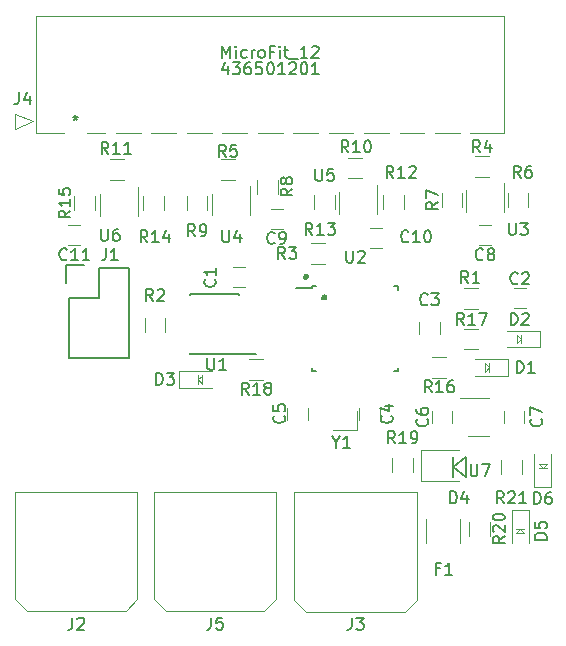
<source format=gto>
G04 #@! TF.GenerationSoftware,KiCad,Pcbnew,5.1.10*
G04 #@! TF.CreationDate,2022-03-08T21:35:18-05:00*
G04 #@! TF.ProjectId,throttle,7468726f-7474-46c6-952e-6b696361645f,Rev 2*
G04 #@! TF.SameCoordinates,Original*
G04 #@! TF.FileFunction,Legend,Top*
G04 #@! TF.FilePolarity,Positive*
%FSLAX46Y46*%
G04 Gerber Fmt 4.6, Leading zero omitted, Abs format (unit mm)*
G04 Created by KiCad (PCBNEW 5.1.10) date 2022-03-08 21:35:18*
%MOMM*%
%LPD*%
G01*
G04 APERTURE LIST*
%ADD10C,0.120000*%
%ADD11C,0.100000*%
%ADD12C,0.150000*%
%ADD13C,0.500000*%
%ADD14C,0.200000*%
G04 APERTURE END LIST*
D10*
X167554500Y-122215000D02*
X167554500Y-131345000D01*
X167554500Y-131345000D02*
X166554500Y-132345000D01*
X166554500Y-132345000D02*
X158184500Y-132345000D01*
X158184500Y-132345000D02*
X157184500Y-131345000D01*
X157184500Y-131345000D02*
X157184500Y-122215000D01*
X157184500Y-122215000D02*
X167554500Y-122215000D01*
X196373000Y-110163500D02*
X195173000Y-110163500D01*
X195173000Y-108403500D02*
X196373000Y-108403500D01*
D11*
X200055000Y-108933500D02*
X200055000Y-109283500D01*
X200055000Y-109283500D02*
X200055000Y-109633500D01*
X199705000Y-108933500D02*
X200055000Y-109283500D01*
X199705000Y-108983500D02*
X199705000Y-108933500D01*
X199705000Y-108933500D02*
X199705000Y-108983500D01*
X199705000Y-109633500D02*
X199705000Y-108983500D01*
X199755000Y-109583500D02*
X199705000Y-109633500D01*
X200055000Y-109283500D02*
X199755000Y-109583500D01*
D10*
X201655000Y-109983500D02*
X201655000Y-108583500D01*
X201655000Y-108583500D02*
X198855000Y-108583500D01*
X201655000Y-109983500D02*
X198855000Y-109983500D01*
X193701000Y-112576500D02*
X192501000Y-112576500D01*
X192501000Y-110816500D02*
X193701000Y-110816500D01*
D11*
X197347000Y-111346500D02*
X197347000Y-111696500D01*
X197347000Y-111696500D02*
X197347000Y-112046500D01*
X196997000Y-111346500D02*
X197347000Y-111696500D01*
X196997000Y-111396500D02*
X196997000Y-111346500D01*
X196997000Y-111346500D02*
X196997000Y-111396500D01*
X196997000Y-112046500D02*
X196997000Y-111396500D01*
X197047000Y-111996500D02*
X196997000Y-112046500D01*
X197347000Y-111696500D02*
X197047000Y-111996500D01*
D10*
X198947000Y-112396500D02*
X198947000Y-110996500D01*
X198947000Y-110996500D02*
X196147000Y-110996500D01*
X198947000Y-112396500D02*
X196147000Y-112396500D01*
X177682000Y-96990500D02*
X177682000Y-95790500D01*
X179442000Y-95790500D02*
X179442000Y-96990500D01*
X178212000Y-112767000D02*
X177012000Y-112767000D01*
X177012000Y-111007000D02*
X178212000Y-111007000D01*
X171090000Y-112012500D02*
X173890000Y-112012500D01*
X171090000Y-113412500D02*
X173890000Y-113412500D01*
X171090000Y-112012500D02*
X171090000Y-113412500D01*
D11*
X172690000Y-112712500D02*
X172990000Y-112412500D01*
X172990000Y-112412500D02*
X173040000Y-112362500D01*
X173040000Y-112362500D02*
X173040000Y-113012500D01*
X173040000Y-113062500D02*
X173040000Y-113012500D01*
X173040000Y-113012500D02*
X173040000Y-113062500D01*
X173040000Y-113062500D02*
X172690000Y-112712500D01*
X172690000Y-112712500D02*
X172690000Y-112362500D01*
X172690000Y-113062500D02*
X172690000Y-112712500D01*
D10*
X176633000Y-103226500D02*
X175633000Y-103226500D01*
X175633000Y-104926500D02*
X176633000Y-104926500D01*
X199414000Y-106704500D02*
X200414000Y-106704500D01*
X200414000Y-105004500D02*
X199414000Y-105004500D01*
X191428000Y-107878500D02*
X191428000Y-108878500D01*
X193128000Y-108878500D02*
X193128000Y-107878500D01*
X186348000Y-115117500D02*
X186348000Y-116117500D01*
X188048000Y-116117500D02*
X188048000Y-115117500D01*
X180252000Y-115117500D02*
X180252000Y-116117500D01*
X181952000Y-116117500D02*
X181952000Y-115117500D01*
D12*
X161798000Y-105854500D02*
X161798000Y-110934500D01*
X161518000Y-103034500D02*
X163068000Y-103034500D01*
X164338000Y-103314500D02*
X164338000Y-105854500D01*
X164338000Y-105854500D02*
X161798000Y-105854500D01*
X161798000Y-110934500D02*
X166878000Y-110934500D01*
X166878000Y-110934500D02*
X166878000Y-105854500D01*
X161518000Y-103034500D02*
X161518000Y-104584500D01*
X166878000Y-103314500D02*
X164338000Y-103314500D01*
X166878000Y-105854500D02*
X166878000Y-103314500D01*
D10*
X158712745Y-90868500D02*
X157188745Y-91503500D01*
X157188745Y-91503500D02*
X157188745Y-90233500D01*
X157188745Y-90233500D02*
X158712745Y-90868500D01*
X198616677Y-91848501D02*
X198616677Y-81948500D01*
X198616677Y-81948500D02*
X158966745Y-81948500D01*
X158966745Y-81948500D02*
X158966745Y-91848501D01*
X158966745Y-91848501D02*
X161302795Y-91848501D01*
X163280643Y-91848501D02*
X164843828Y-91848501D01*
X165739608Y-91848501D02*
X167843827Y-91848501D01*
X168739607Y-91848501D02*
X170843826Y-91848501D01*
X171739606Y-91848501D02*
X173843826Y-91848501D01*
X174739605Y-91848501D02*
X176843825Y-91848501D01*
X177739604Y-91848501D02*
X179843824Y-91848501D01*
X180739603Y-91848501D02*
X182843823Y-91848501D01*
X183739602Y-91848501D02*
X185843822Y-91848501D01*
X186739601Y-91848501D02*
X188843821Y-91848501D01*
X189739600Y-91848501D02*
X191843820Y-91848501D01*
X192739600Y-91848501D02*
X194843819Y-91848501D01*
X195739599Y-91848501D02*
X198616677Y-91848501D01*
X196373000Y-106734500D02*
X195173000Y-106734500D01*
X195173000Y-104974500D02*
X196373000Y-104974500D01*
X169917000Y-107479500D02*
X169917000Y-108679500D01*
X168157000Y-108679500D02*
X168157000Y-107479500D01*
X183419000Y-102924500D02*
X182219000Y-102924500D01*
X182219000Y-101164500D02*
X183419000Y-101164500D01*
X197323000Y-95558500D02*
X196123000Y-95558500D01*
X196123000Y-93798500D02*
X197323000Y-93798500D01*
X175799000Y-95812500D02*
X174599000Y-95812500D01*
X174599000Y-94052500D02*
X175799000Y-94052500D01*
X200651000Y-96933500D02*
X200651000Y-98133500D01*
X198891000Y-98133500D02*
X198891000Y-96933500D01*
X195063000Y-96933500D02*
X195063000Y-98133500D01*
X193303000Y-98133500D02*
X193303000Y-96933500D01*
X171713000Y-98387500D02*
X171713000Y-97187500D01*
X173473000Y-97187500D02*
X173473000Y-98387500D01*
X185394000Y-93925500D02*
X186594000Y-93925500D01*
X186594000Y-95685500D02*
X185394000Y-95685500D01*
X166401000Y-95812500D02*
X165201000Y-95812500D01*
X165201000Y-94052500D02*
X166401000Y-94052500D01*
X188350000Y-98260500D02*
X188350000Y-97060500D01*
X190110000Y-97060500D02*
X190110000Y-98260500D01*
X184268000Y-97060500D02*
X184268000Y-98260500D01*
X182508000Y-98260500D02*
X182508000Y-97060500D01*
X169790000Y-97187500D02*
X169790000Y-98387500D01*
X168030000Y-98387500D02*
X168030000Y-97187500D01*
X163948000Y-97187500D02*
X163948000Y-98387500D01*
X162188000Y-98387500D02*
X162188000Y-97187500D01*
D12*
X176192000Y-110538500D02*
X177592000Y-110538500D01*
X176192000Y-105438500D02*
X172042000Y-105438500D01*
X176192000Y-110588500D02*
X172042000Y-110588500D01*
X176192000Y-105438500D02*
X176192000Y-105583500D01*
X172042000Y-105438500D02*
X172042000Y-105583500D01*
X172042000Y-110588500D02*
X172042000Y-110443500D01*
X176192000Y-110588500D02*
X176192000Y-110538500D01*
D13*
X183379800Y-105771900D02*
G75*
G03*
X183379800Y-105771900I-50800J0D01*
G01*
X181830400Y-104019300D02*
G75*
G03*
X181830400Y-104019300I-50800J0D01*
G01*
D12*
X182371000Y-104788500D02*
X182371000Y-105013500D01*
X189621000Y-104788500D02*
X189621000Y-105113500D01*
X189621000Y-112038500D02*
X189621000Y-111713500D01*
X182371000Y-112038500D02*
X182371000Y-111713500D01*
X182371000Y-104788500D02*
X182696000Y-104788500D01*
X182371000Y-112038500D02*
X182696000Y-112038500D01*
X189621000Y-112038500D02*
X189296000Y-112038500D01*
X189621000Y-104788500D02*
X189296000Y-104788500D01*
X182371000Y-105013500D02*
X180946000Y-105013500D01*
D11*
X186150000Y-116979500D02*
X184150000Y-116979500D01*
X186150000Y-116979500D02*
X186150000Y-115379500D01*
D10*
X198587000Y-98499500D02*
X198587000Y-96049500D01*
X195367000Y-96699500D02*
X195367000Y-98499500D01*
X173843000Y-96996500D02*
X173843000Y-98796500D01*
X177063000Y-98796500D02*
X177063000Y-96346500D01*
X187858000Y-98669500D02*
X187858000Y-96219500D01*
X184638000Y-96869500D02*
X184638000Y-98669500D01*
X164379000Y-97037500D02*
X164379000Y-98837500D01*
X167599000Y-98837500D02*
X167599000Y-96387500D01*
X194207500Y-116403500D02*
X194207500Y-115403500D01*
X192507500Y-115403500D02*
X192507500Y-116403500D01*
X198603500Y-115403500D02*
X198603500Y-116403500D01*
X200303500Y-116403500D02*
X200303500Y-115403500D01*
X197325501Y-114324501D02*
X194875501Y-114324501D01*
X195525501Y-117544501D02*
X197325501Y-117544501D01*
X168932000Y-122215000D02*
X179302000Y-122215000D01*
X168932000Y-131345000D02*
X168932000Y-122215000D01*
X169932000Y-132345000D02*
X168932000Y-131345000D01*
X178302000Y-132345000D02*
X169932000Y-132345000D01*
X179302000Y-131345000D02*
X178302000Y-132345000D01*
X179302000Y-122215000D02*
X179302000Y-131345000D01*
X197477000Y-99670500D02*
X196477000Y-99670500D01*
X196477000Y-101370500D02*
X197477000Y-101370500D01*
X179840000Y-98273500D02*
X178840000Y-98273500D01*
X178840000Y-99973500D02*
X179840000Y-99973500D01*
X188222000Y-99924500D02*
X187222000Y-99924500D01*
X187222000Y-101624500D02*
X188222000Y-101624500D01*
X161695000Y-101370500D02*
X162695000Y-101370500D01*
X162695000Y-99670500D02*
X161695000Y-99670500D01*
X180846000Y-122232500D02*
X191216000Y-122232500D01*
X180846000Y-131362500D02*
X180846000Y-122232500D01*
X181846000Y-132362500D02*
X180846000Y-131362500D01*
X190216000Y-132362500D02*
X181846000Y-132362500D01*
X191216000Y-131362500D02*
X190216000Y-132362500D01*
X191216000Y-122232500D02*
X191216000Y-131362500D01*
X190872000Y-119351500D02*
X190872000Y-120551500D01*
X189112000Y-120551500D02*
X189112000Y-119351500D01*
X191579500Y-118681500D02*
X194754500Y-118681500D01*
X191579500Y-121348500D02*
X194754500Y-121348500D01*
X191579500Y-118681500D02*
X191579500Y-121348500D01*
D14*
X194254500Y-119315000D02*
X194254500Y-121015000D01*
X194254500Y-120115000D02*
X195354500Y-119315000D01*
X195354500Y-119315000D02*
X195354500Y-121015000D01*
X195354500Y-121015000D02*
X194254500Y-120115000D01*
D10*
X200661500Y-123803000D02*
X200661500Y-126603000D01*
X199261500Y-123803000D02*
X199261500Y-126603000D01*
X200661500Y-123803000D02*
X199261500Y-123803000D01*
D11*
X199961500Y-125403000D02*
X200261500Y-125703000D01*
X200261500Y-125703000D02*
X200311500Y-125753000D01*
X200311500Y-125753000D02*
X199661500Y-125753000D01*
X199611500Y-125753000D02*
X199661500Y-125753000D01*
X199661500Y-125753000D02*
X199611500Y-125753000D01*
X199611500Y-125753000D02*
X199961500Y-125403000D01*
X199961500Y-125403000D02*
X200311500Y-125403000D01*
X199611500Y-125403000D02*
X199961500Y-125403000D01*
X202216500Y-120215000D02*
X201866500Y-120215000D01*
X201866500Y-120215000D02*
X201516500Y-120215000D01*
X202216500Y-119865000D02*
X201866500Y-120215000D01*
X202166500Y-119865000D02*
X202216500Y-119865000D01*
X202216500Y-119865000D02*
X202166500Y-119865000D01*
X201516500Y-119865000D02*
X202166500Y-119865000D01*
X201566500Y-119915000D02*
X201516500Y-119865000D01*
X201866500Y-120215000D02*
X201566500Y-119915000D01*
D10*
X201166500Y-121815000D02*
X202566500Y-121815000D01*
X202566500Y-121815000D02*
X202566500Y-119015000D01*
X201166500Y-121815000D02*
X201166500Y-119015000D01*
X194901000Y-124529000D02*
X194901000Y-126529000D01*
X191941000Y-126529000D02*
X191941000Y-124529000D01*
X197412500Y-124746500D02*
X197412500Y-125946500D01*
X195652500Y-125946500D02*
X195652500Y-124746500D01*
X200079500Y-119544500D02*
X200079500Y-120744500D01*
X198319500Y-120744500D02*
X198319500Y-119544500D01*
D12*
X162036166Y-132887380D02*
X162036166Y-133601666D01*
X161988547Y-133744523D01*
X161893309Y-133839761D01*
X161750452Y-133887380D01*
X161655214Y-133887380D01*
X162464738Y-132982619D02*
X162512357Y-132935000D01*
X162607595Y-132887380D01*
X162845690Y-132887380D01*
X162940928Y-132935000D01*
X162988547Y-132982619D01*
X163036166Y-133077857D01*
X163036166Y-133173095D01*
X162988547Y-133315952D01*
X162417119Y-133887380D01*
X163036166Y-133887380D01*
X195191142Y-108084880D02*
X194857809Y-107608690D01*
X194619714Y-108084880D02*
X194619714Y-107084880D01*
X195000666Y-107084880D01*
X195095904Y-107132500D01*
X195143523Y-107180119D01*
X195191142Y-107275357D01*
X195191142Y-107418214D01*
X195143523Y-107513452D01*
X195095904Y-107561071D01*
X195000666Y-107608690D01*
X194619714Y-107608690D01*
X196143523Y-108084880D02*
X195572095Y-108084880D01*
X195857809Y-108084880D02*
X195857809Y-107084880D01*
X195762571Y-107227738D01*
X195667333Y-107322976D01*
X195572095Y-107370595D01*
X196476857Y-107084880D02*
X197143523Y-107084880D01*
X196714952Y-108084880D01*
X199159904Y-108084880D02*
X199159904Y-107084880D01*
X199398000Y-107084880D01*
X199540857Y-107132500D01*
X199636095Y-107227738D01*
X199683714Y-107322976D01*
X199731333Y-107513452D01*
X199731333Y-107656309D01*
X199683714Y-107846785D01*
X199636095Y-107942023D01*
X199540857Y-108037261D01*
X199398000Y-108084880D01*
X199159904Y-108084880D01*
X200112285Y-107180119D02*
X200159904Y-107132500D01*
X200255142Y-107084880D01*
X200493238Y-107084880D01*
X200588476Y-107132500D01*
X200636095Y-107180119D01*
X200683714Y-107275357D01*
X200683714Y-107370595D01*
X200636095Y-107513452D01*
X200064666Y-108084880D01*
X200683714Y-108084880D01*
X192458142Y-113799880D02*
X192124809Y-113323690D01*
X191886714Y-113799880D02*
X191886714Y-112799880D01*
X192267666Y-112799880D01*
X192362904Y-112847500D01*
X192410523Y-112895119D01*
X192458142Y-112990357D01*
X192458142Y-113133214D01*
X192410523Y-113228452D01*
X192362904Y-113276071D01*
X192267666Y-113323690D01*
X191886714Y-113323690D01*
X193410523Y-113799880D02*
X192839095Y-113799880D01*
X193124809Y-113799880D02*
X193124809Y-112799880D01*
X193029571Y-112942738D01*
X192934333Y-113037976D01*
X192839095Y-113085595D01*
X194267666Y-112799880D02*
X194077190Y-112799880D01*
X193981952Y-112847500D01*
X193934333Y-112895119D01*
X193839095Y-113037976D01*
X193791476Y-113228452D01*
X193791476Y-113609404D01*
X193839095Y-113704642D01*
X193886714Y-113752261D01*
X193981952Y-113799880D01*
X194172428Y-113799880D01*
X194267666Y-113752261D01*
X194315285Y-113704642D01*
X194362904Y-113609404D01*
X194362904Y-113371309D01*
X194315285Y-113276071D01*
X194267666Y-113228452D01*
X194172428Y-113180833D01*
X193981952Y-113180833D01*
X193886714Y-113228452D01*
X193839095Y-113276071D01*
X193791476Y-113371309D01*
X199667904Y-112148880D02*
X199667904Y-111148880D01*
X199906000Y-111148880D01*
X200048857Y-111196500D01*
X200144095Y-111291738D01*
X200191714Y-111386976D01*
X200239333Y-111577452D01*
X200239333Y-111720309D01*
X200191714Y-111910785D01*
X200144095Y-112006023D01*
X200048857Y-112101261D01*
X199906000Y-112148880D01*
X199667904Y-112148880D01*
X201191714Y-112148880D02*
X200620285Y-112148880D01*
X200906000Y-112148880D02*
X200906000Y-111148880D01*
X200810761Y-111291738D01*
X200715523Y-111386976D01*
X200620285Y-111434595D01*
X180664380Y-96557166D02*
X180188190Y-96890500D01*
X180664380Y-97128595D02*
X179664380Y-97128595D01*
X179664380Y-96747642D01*
X179712000Y-96652404D01*
X179759619Y-96604785D01*
X179854857Y-96557166D01*
X179997714Y-96557166D01*
X180092952Y-96604785D01*
X180140571Y-96652404D01*
X180188190Y-96747642D01*
X180188190Y-97128595D01*
X180092952Y-95985738D02*
X180045333Y-96080976D01*
X179997714Y-96128595D01*
X179902476Y-96176214D01*
X179854857Y-96176214D01*
X179759619Y-96128595D01*
X179712000Y-96080976D01*
X179664380Y-95985738D01*
X179664380Y-95795261D01*
X179712000Y-95700023D01*
X179759619Y-95652404D01*
X179854857Y-95604785D01*
X179902476Y-95604785D01*
X179997714Y-95652404D01*
X180045333Y-95700023D01*
X180092952Y-95795261D01*
X180092952Y-95985738D01*
X180140571Y-96080976D01*
X180188190Y-96128595D01*
X180283428Y-96176214D01*
X180473904Y-96176214D01*
X180569142Y-96128595D01*
X180616761Y-96080976D01*
X180664380Y-95985738D01*
X180664380Y-95795261D01*
X180616761Y-95700023D01*
X180569142Y-95652404D01*
X180473904Y-95604785D01*
X180283428Y-95604785D01*
X180188190Y-95652404D01*
X180140571Y-95700023D01*
X180092952Y-95795261D01*
X176966642Y-113990380D02*
X176633309Y-113514190D01*
X176395214Y-113990380D02*
X176395214Y-112990380D01*
X176776166Y-112990380D01*
X176871404Y-113038000D01*
X176919023Y-113085619D01*
X176966642Y-113180857D01*
X176966642Y-113323714D01*
X176919023Y-113418952D01*
X176871404Y-113466571D01*
X176776166Y-113514190D01*
X176395214Y-113514190D01*
X177919023Y-113990380D02*
X177347595Y-113990380D01*
X177633309Y-113990380D02*
X177633309Y-112990380D01*
X177538071Y-113133238D01*
X177442833Y-113228476D01*
X177347595Y-113276095D01*
X178490452Y-113418952D02*
X178395214Y-113371333D01*
X178347595Y-113323714D01*
X178299976Y-113228476D01*
X178299976Y-113180857D01*
X178347595Y-113085619D01*
X178395214Y-113038000D01*
X178490452Y-112990380D01*
X178680928Y-112990380D01*
X178776166Y-113038000D01*
X178823785Y-113085619D01*
X178871404Y-113180857D01*
X178871404Y-113228476D01*
X178823785Y-113323714D01*
X178776166Y-113371333D01*
X178680928Y-113418952D01*
X178490452Y-113418952D01*
X178395214Y-113466571D01*
X178347595Y-113514190D01*
X178299976Y-113609428D01*
X178299976Y-113799904D01*
X178347595Y-113895142D01*
X178395214Y-113942761D01*
X178490452Y-113990380D01*
X178680928Y-113990380D01*
X178776166Y-113942761D01*
X178823785Y-113895142D01*
X178871404Y-113799904D01*
X178871404Y-113609428D01*
X178823785Y-113514190D01*
X178776166Y-113466571D01*
X178680928Y-113418952D01*
X169124404Y-113164880D02*
X169124404Y-112164880D01*
X169362500Y-112164880D01*
X169505357Y-112212500D01*
X169600595Y-112307738D01*
X169648214Y-112402976D01*
X169695833Y-112593452D01*
X169695833Y-112736309D01*
X169648214Y-112926785D01*
X169600595Y-113022023D01*
X169505357Y-113117261D01*
X169362500Y-113164880D01*
X169124404Y-113164880D01*
X170029166Y-112164880D02*
X170648214Y-112164880D01*
X170314880Y-112545833D01*
X170457738Y-112545833D01*
X170552976Y-112593452D01*
X170600595Y-112641071D01*
X170648214Y-112736309D01*
X170648214Y-112974404D01*
X170600595Y-113069642D01*
X170552976Y-113117261D01*
X170457738Y-113164880D01*
X170172023Y-113164880D01*
X170076785Y-113117261D01*
X170029166Y-113069642D01*
X174093142Y-104243166D02*
X174140761Y-104290785D01*
X174188380Y-104433642D01*
X174188380Y-104528880D01*
X174140761Y-104671738D01*
X174045523Y-104766976D01*
X173950285Y-104814595D01*
X173759809Y-104862214D01*
X173616952Y-104862214D01*
X173426476Y-104814595D01*
X173331238Y-104766976D01*
X173236000Y-104671738D01*
X173188380Y-104528880D01*
X173188380Y-104433642D01*
X173236000Y-104290785D01*
X173283619Y-104243166D01*
X174188380Y-103290785D02*
X174188380Y-103862214D01*
X174188380Y-103576500D02*
X173188380Y-103576500D01*
X173331238Y-103671738D01*
X173426476Y-103766976D01*
X173474095Y-103862214D01*
X199747333Y-104560642D02*
X199699714Y-104608261D01*
X199556857Y-104655880D01*
X199461619Y-104655880D01*
X199318761Y-104608261D01*
X199223523Y-104513023D01*
X199175904Y-104417785D01*
X199128285Y-104227309D01*
X199128285Y-104084452D01*
X199175904Y-103893976D01*
X199223523Y-103798738D01*
X199318761Y-103703500D01*
X199461619Y-103655880D01*
X199556857Y-103655880D01*
X199699714Y-103703500D01*
X199747333Y-103751119D01*
X200128285Y-103751119D02*
X200175904Y-103703500D01*
X200271142Y-103655880D01*
X200509238Y-103655880D01*
X200604476Y-103703500D01*
X200652095Y-103751119D01*
X200699714Y-103846357D01*
X200699714Y-103941595D01*
X200652095Y-104084452D01*
X200080666Y-104655880D01*
X200699714Y-104655880D01*
X192111333Y-106338642D02*
X192063714Y-106386261D01*
X191920857Y-106433880D01*
X191825619Y-106433880D01*
X191682761Y-106386261D01*
X191587523Y-106291023D01*
X191539904Y-106195785D01*
X191492285Y-106005309D01*
X191492285Y-105862452D01*
X191539904Y-105671976D01*
X191587523Y-105576738D01*
X191682761Y-105481500D01*
X191825619Y-105433880D01*
X191920857Y-105433880D01*
X192063714Y-105481500D01*
X192111333Y-105529119D01*
X192444666Y-105433880D02*
X193063714Y-105433880D01*
X192730380Y-105814833D01*
X192873238Y-105814833D01*
X192968476Y-105862452D01*
X193016095Y-105910071D01*
X193063714Y-106005309D01*
X193063714Y-106243404D01*
X193016095Y-106338642D01*
X192968476Y-106386261D01*
X192873238Y-106433880D01*
X192587523Y-106433880D01*
X192492285Y-106386261D01*
X192444666Y-106338642D01*
X189055142Y-115784166D02*
X189102761Y-115831785D01*
X189150380Y-115974642D01*
X189150380Y-116069880D01*
X189102761Y-116212738D01*
X189007523Y-116307976D01*
X188912285Y-116355595D01*
X188721809Y-116403214D01*
X188578952Y-116403214D01*
X188388476Y-116355595D01*
X188293238Y-116307976D01*
X188198000Y-116212738D01*
X188150380Y-116069880D01*
X188150380Y-115974642D01*
X188198000Y-115831785D01*
X188245619Y-115784166D01*
X188483714Y-114927023D02*
X189150380Y-114927023D01*
X188102761Y-115165119D02*
X188817047Y-115403214D01*
X188817047Y-114784166D01*
X179959142Y-115784166D02*
X180006761Y-115831785D01*
X180054380Y-115974642D01*
X180054380Y-116069880D01*
X180006761Y-116212738D01*
X179911523Y-116307976D01*
X179816285Y-116355595D01*
X179625809Y-116403214D01*
X179482952Y-116403214D01*
X179292476Y-116355595D01*
X179197238Y-116307976D01*
X179102000Y-116212738D01*
X179054380Y-116069880D01*
X179054380Y-115974642D01*
X179102000Y-115831785D01*
X179149619Y-115784166D01*
X179054380Y-114879404D02*
X179054380Y-115355595D01*
X179530571Y-115403214D01*
X179482952Y-115355595D01*
X179435333Y-115260357D01*
X179435333Y-115022261D01*
X179482952Y-114927023D01*
X179530571Y-114879404D01*
X179625809Y-114831785D01*
X179863904Y-114831785D01*
X179959142Y-114879404D01*
X180006761Y-114927023D01*
X180054380Y-115022261D01*
X180054380Y-115260357D01*
X180006761Y-115355595D01*
X179959142Y-115403214D01*
X164893666Y-101623880D02*
X164893666Y-102338166D01*
X164846047Y-102481023D01*
X164750809Y-102576261D01*
X164607952Y-102623880D01*
X164512714Y-102623880D01*
X165893666Y-102623880D02*
X165322238Y-102623880D01*
X165607952Y-102623880D02*
X165607952Y-101623880D01*
X165512714Y-101766738D01*
X165417476Y-101861976D01*
X165322238Y-101909595D01*
X157513385Y-88415880D02*
X157513385Y-89130166D01*
X157465766Y-89273023D01*
X157370528Y-89368261D01*
X157227671Y-89415880D01*
X157132433Y-89415880D01*
X158418147Y-88749214D02*
X158418147Y-89415880D01*
X158180052Y-88368261D02*
X157941957Y-89082547D01*
X158561004Y-89082547D01*
X174744092Y-85478880D02*
X174744092Y-84478880D01*
X175077426Y-85193166D01*
X175410759Y-84478880D01*
X175410759Y-85478880D01*
X175886950Y-85478880D02*
X175886950Y-84812214D01*
X175886950Y-84478880D02*
X175839331Y-84526500D01*
X175886950Y-84574119D01*
X175934569Y-84526500D01*
X175886950Y-84478880D01*
X175886950Y-84574119D01*
X176791712Y-85431261D02*
X176696473Y-85478880D01*
X176505997Y-85478880D01*
X176410759Y-85431261D01*
X176363140Y-85383642D01*
X176315521Y-85288404D01*
X176315521Y-85002690D01*
X176363140Y-84907452D01*
X176410759Y-84859833D01*
X176505997Y-84812214D01*
X176696473Y-84812214D01*
X176791712Y-84859833D01*
X177220283Y-85478880D02*
X177220283Y-84812214D01*
X177220283Y-85002690D02*
X177267902Y-84907452D01*
X177315521Y-84859833D01*
X177410759Y-84812214D01*
X177505997Y-84812214D01*
X177982188Y-85478880D02*
X177886950Y-85431261D01*
X177839331Y-85383642D01*
X177791712Y-85288404D01*
X177791712Y-85002690D01*
X177839331Y-84907452D01*
X177886950Y-84859833D01*
X177982188Y-84812214D01*
X178125045Y-84812214D01*
X178220283Y-84859833D01*
X178267902Y-84907452D01*
X178315521Y-85002690D01*
X178315521Y-85288404D01*
X178267902Y-85383642D01*
X178220283Y-85431261D01*
X178125045Y-85478880D01*
X177982188Y-85478880D01*
X179077426Y-84955071D02*
X178744092Y-84955071D01*
X178744092Y-85478880D02*
X178744092Y-84478880D01*
X179220283Y-84478880D01*
X179601235Y-85478880D02*
X179601235Y-84812214D01*
X179601235Y-84478880D02*
X179553616Y-84526500D01*
X179601235Y-84574119D01*
X179648854Y-84526500D01*
X179601235Y-84478880D01*
X179601235Y-84574119D01*
X179934569Y-84812214D02*
X180315521Y-84812214D01*
X180077426Y-84478880D02*
X180077426Y-85336023D01*
X180125045Y-85431261D01*
X180220283Y-85478880D01*
X180315521Y-85478880D01*
X180410759Y-85574119D02*
X181172664Y-85574119D01*
X181934569Y-85478880D02*
X181363140Y-85478880D01*
X181648854Y-85478880D02*
X181648854Y-84478880D01*
X181553616Y-84621738D01*
X181458378Y-84716976D01*
X181363140Y-84764595D01*
X182315521Y-84574119D02*
X182363140Y-84526500D01*
X182458378Y-84478880D01*
X182696473Y-84478880D01*
X182791712Y-84526500D01*
X182839331Y-84574119D01*
X182886950Y-84669357D01*
X182886950Y-84764595D01*
X182839331Y-84907452D01*
X182267902Y-85478880D01*
X182886950Y-85478880D01*
X162291719Y-90320880D02*
X162291719Y-90558976D01*
X162053623Y-90463738D02*
X162291719Y-90558976D01*
X162529814Y-90463738D01*
X162148861Y-90749452D02*
X162291719Y-90558976D01*
X162434576Y-90749452D01*
X175182671Y-86209214D02*
X175182671Y-86875880D01*
X174944576Y-85828261D02*
X174706480Y-86542547D01*
X175325528Y-86542547D01*
X175611242Y-85875880D02*
X176230290Y-85875880D01*
X175896957Y-86256833D01*
X176039814Y-86256833D01*
X176135052Y-86304452D01*
X176182671Y-86352071D01*
X176230290Y-86447309D01*
X176230290Y-86685404D01*
X176182671Y-86780642D01*
X176135052Y-86828261D01*
X176039814Y-86875880D01*
X175754099Y-86875880D01*
X175658861Y-86828261D01*
X175611242Y-86780642D01*
X177087433Y-85875880D02*
X176896957Y-85875880D01*
X176801719Y-85923500D01*
X176754099Y-85971119D01*
X176658861Y-86113976D01*
X176611242Y-86304452D01*
X176611242Y-86685404D01*
X176658861Y-86780642D01*
X176706480Y-86828261D01*
X176801719Y-86875880D01*
X176992195Y-86875880D01*
X177087433Y-86828261D01*
X177135052Y-86780642D01*
X177182671Y-86685404D01*
X177182671Y-86447309D01*
X177135052Y-86352071D01*
X177087433Y-86304452D01*
X176992195Y-86256833D01*
X176801719Y-86256833D01*
X176706480Y-86304452D01*
X176658861Y-86352071D01*
X176611242Y-86447309D01*
X178087433Y-85875880D02*
X177611242Y-85875880D01*
X177563623Y-86352071D01*
X177611242Y-86304452D01*
X177706480Y-86256833D01*
X177944576Y-86256833D01*
X178039814Y-86304452D01*
X178087433Y-86352071D01*
X178135052Y-86447309D01*
X178135052Y-86685404D01*
X178087433Y-86780642D01*
X178039814Y-86828261D01*
X177944576Y-86875880D01*
X177706480Y-86875880D01*
X177611242Y-86828261D01*
X177563623Y-86780642D01*
X178754099Y-85875880D02*
X178849338Y-85875880D01*
X178944576Y-85923500D01*
X178992195Y-85971119D01*
X179039814Y-86066357D01*
X179087433Y-86256833D01*
X179087433Y-86494928D01*
X179039814Y-86685404D01*
X178992195Y-86780642D01*
X178944576Y-86828261D01*
X178849338Y-86875880D01*
X178754099Y-86875880D01*
X178658861Y-86828261D01*
X178611242Y-86780642D01*
X178563623Y-86685404D01*
X178516004Y-86494928D01*
X178516004Y-86256833D01*
X178563623Y-86066357D01*
X178611242Y-85971119D01*
X178658861Y-85923500D01*
X178754099Y-85875880D01*
X180039814Y-86875880D02*
X179468385Y-86875880D01*
X179754099Y-86875880D02*
X179754099Y-85875880D01*
X179658861Y-86018738D01*
X179563623Y-86113976D01*
X179468385Y-86161595D01*
X180420766Y-85971119D02*
X180468385Y-85923500D01*
X180563623Y-85875880D01*
X180801719Y-85875880D01*
X180896957Y-85923500D01*
X180944576Y-85971119D01*
X180992195Y-86066357D01*
X180992195Y-86161595D01*
X180944576Y-86304452D01*
X180373147Y-86875880D01*
X180992195Y-86875880D01*
X181611242Y-85875880D02*
X181706480Y-85875880D01*
X181801719Y-85923500D01*
X181849338Y-85971119D01*
X181896957Y-86066357D01*
X181944576Y-86256833D01*
X181944576Y-86494928D01*
X181896957Y-86685404D01*
X181849338Y-86780642D01*
X181801719Y-86828261D01*
X181706480Y-86875880D01*
X181611242Y-86875880D01*
X181516004Y-86828261D01*
X181468385Y-86780642D01*
X181420766Y-86685404D01*
X181373147Y-86494928D01*
X181373147Y-86256833D01*
X181420766Y-86066357D01*
X181468385Y-85971119D01*
X181516004Y-85923500D01*
X181611242Y-85875880D01*
X182896957Y-86875880D02*
X182325528Y-86875880D01*
X182611242Y-86875880D02*
X182611242Y-85875880D01*
X182516004Y-86018738D01*
X182420766Y-86113976D01*
X182325528Y-86161595D01*
X195545333Y-104528880D02*
X195212000Y-104052690D01*
X194973904Y-104528880D02*
X194973904Y-103528880D01*
X195354857Y-103528880D01*
X195450095Y-103576500D01*
X195497714Y-103624119D01*
X195545333Y-103719357D01*
X195545333Y-103862214D01*
X195497714Y-103957452D01*
X195450095Y-104005071D01*
X195354857Y-104052690D01*
X194973904Y-104052690D01*
X196497714Y-104528880D02*
X195926285Y-104528880D01*
X196212000Y-104528880D02*
X196212000Y-103528880D01*
X196116761Y-103671738D01*
X196021523Y-103766976D01*
X195926285Y-103814595D01*
X168870333Y-106052880D02*
X168537000Y-105576690D01*
X168298904Y-106052880D02*
X168298904Y-105052880D01*
X168679857Y-105052880D01*
X168775095Y-105100500D01*
X168822714Y-105148119D01*
X168870333Y-105243357D01*
X168870333Y-105386214D01*
X168822714Y-105481452D01*
X168775095Y-105529071D01*
X168679857Y-105576690D01*
X168298904Y-105576690D01*
X169251285Y-105148119D02*
X169298904Y-105100500D01*
X169394142Y-105052880D01*
X169632238Y-105052880D01*
X169727476Y-105100500D01*
X169775095Y-105148119D01*
X169822714Y-105243357D01*
X169822714Y-105338595D01*
X169775095Y-105481452D01*
X169203666Y-106052880D01*
X169822714Y-106052880D01*
X180046333Y-102496880D02*
X179713000Y-102020690D01*
X179474904Y-102496880D02*
X179474904Y-101496880D01*
X179855857Y-101496880D01*
X179951095Y-101544500D01*
X179998714Y-101592119D01*
X180046333Y-101687357D01*
X180046333Y-101830214D01*
X179998714Y-101925452D01*
X179951095Y-101973071D01*
X179855857Y-102020690D01*
X179474904Y-102020690D01*
X180379666Y-101496880D02*
X180998714Y-101496880D01*
X180665380Y-101877833D01*
X180808238Y-101877833D01*
X180903476Y-101925452D01*
X180951095Y-101973071D01*
X180998714Y-102068309D01*
X180998714Y-102306404D01*
X180951095Y-102401642D01*
X180903476Y-102449261D01*
X180808238Y-102496880D01*
X180522523Y-102496880D01*
X180427285Y-102449261D01*
X180379666Y-102401642D01*
X196556333Y-93479880D02*
X196223000Y-93003690D01*
X195984904Y-93479880D02*
X195984904Y-92479880D01*
X196365857Y-92479880D01*
X196461095Y-92527500D01*
X196508714Y-92575119D01*
X196556333Y-92670357D01*
X196556333Y-92813214D01*
X196508714Y-92908452D01*
X196461095Y-92956071D01*
X196365857Y-93003690D01*
X195984904Y-93003690D01*
X197413476Y-92813214D02*
X197413476Y-93479880D01*
X197175380Y-92432261D02*
X196937285Y-93146547D01*
X197556333Y-93146547D01*
X175032333Y-93860880D02*
X174699000Y-93384690D01*
X174460904Y-93860880D02*
X174460904Y-92860880D01*
X174841857Y-92860880D01*
X174937095Y-92908500D01*
X174984714Y-92956119D01*
X175032333Y-93051357D01*
X175032333Y-93194214D01*
X174984714Y-93289452D01*
X174937095Y-93337071D01*
X174841857Y-93384690D01*
X174460904Y-93384690D01*
X175937095Y-92860880D02*
X175460904Y-92860880D01*
X175413285Y-93337071D01*
X175460904Y-93289452D01*
X175556142Y-93241833D01*
X175794238Y-93241833D01*
X175889476Y-93289452D01*
X175937095Y-93337071D01*
X175984714Y-93432309D01*
X175984714Y-93670404D01*
X175937095Y-93765642D01*
X175889476Y-93813261D01*
X175794238Y-93860880D01*
X175556142Y-93860880D01*
X175460904Y-93813261D01*
X175413285Y-93765642D01*
X199985333Y-95638880D02*
X199652000Y-95162690D01*
X199413904Y-95638880D02*
X199413904Y-94638880D01*
X199794857Y-94638880D01*
X199890095Y-94686500D01*
X199937714Y-94734119D01*
X199985333Y-94829357D01*
X199985333Y-94972214D01*
X199937714Y-95067452D01*
X199890095Y-95115071D01*
X199794857Y-95162690D01*
X199413904Y-95162690D01*
X200842476Y-94638880D02*
X200652000Y-94638880D01*
X200556761Y-94686500D01*
X200509142Y-94734119D01*
X200413904Y-94876976D01*
X200366285Y-95067452D01*
X200366285Y-95448404D01*
X200413904Y-95543642D01*
X200461523Y-95591261D01*
X200556761Y-95638880D01*
X200747238Y-95638880D01*
X200842476Y-95591261D01*
X200890095Y-95543642D01*
X200937714Y-95448404D01*
X200937714Y-95210309D01*
X200890095Y-95115071D01*
X200842476Y-95067452D01*
X200747238Y-95019833D01*
X200556761Y-95019833D01*
X200461523Y-95067452D01*
X200413904Y-95115071D01*
X200366285Y-95210309D01*
X192985380Y-97700166D02*
X192509190Y-98033500D01*
X192985380Y-98271595D02*
X191985380Y-98271595D01*
X191985380Y-97890642D01*
X192033000Y-97795404D01*
X192080619Y-97747785D01*
X192175857Y-97700166D01*
X192318714Y-97700166D01*
X192413952Y-97747785D01*
X192461571Y-97795404D01*
X192509190Y-97890642D01*
X192509190Y-98271595D01*
X191985380Y-97366833D02*
X191985380Y-96700166D01*
X192985380Y-97128738D01*
X172426333Y-100591880D02*
X172093000Y-100115690D01*
X171854904Y-100591880D02*
X171854904Y-99591880D01*
X172235857Y-99591880D01*
X172331095Y-99639500D01*
X172378714Y-99687119D01*
X172426333Y-99782357D01*
X172426333Y-99925214D01*
X172378714Y-100020452D01*
X172331095Y-100068071D01*
X172235857Y-100115690D01*
X171854904Y-100115690D01*
X172902523Y-100591880D02*
X173093000Y-100591880D01*
X173188238Y-100544261D01*
X173235857Y-100496642D01*
X173331095Y-100353785D01*
X173378714Y-100163309D01*
X173378714Y-99782357D01*
X173331095Y-99687119D01*
X173283476Y-99639500D01*
X173188238Y-99591880D01*
X172997761Y-99591880D01*
X172902523Y-99639500D01*
X172854904Y-99687119D01*
X172807285Y-99782357D01*
X172807285Y-100020452D01*
X172854904Y-100115690D01*
X172902523Y-100163309D01*
X172997761Y-100210928D01*
X173188238Y-100210928D01*
X173283476Y-100163309D01*
X173331095Y-100115690D01*
X173378714Y-100020452D01*
X185412142Y-93479880D02*
X185078809Y-93003690D01*
X184840714Y-93479880D02*
X184840714Y-92479880D01*
X185221666Y-92479880D01*
X185316904Y-92527500D01*
X185364523Y-92575119D01*
X185412142Y-92670357D01*
X185412142Y-92813214D01*
X185364523Y-92908452D01*
X185316904Y-92956071D01*
X185221666Y-93003690D01*
X184840714Y-93003690D01*
X186364523Y-93479880D02*
X185793095Y-93479880D01*
X186078809Y-93479880D02*
X186078809Y-92479880D01*
X185983571Y-92622738D01*
X185888333Y-92717976D01*
X185793095Y-92765595D01*
X186983571Y-92479880D02*
X187078809Y-92479880D01*
X187174047Y-92527500D01*
X187221666Y-92575119D01*
X187269285Y-92670357D01*
X187316904Y-92860833D01*
X187316904Y-93098928D01*
X187269285Y-93289404D01*
X187221666Y-93384642D01*
X187174047Y-93432261D01*
X187078809Y-93479880D01*
X186983571Y-93479880D01*
X186888333Y-93432261D01*
X186840714Y-93384642D01*
X186793095Y-93289404D01*
X186745476Y-93098928D01*
X186745476Y-92860833D01*
X186793095Y-92670357D01*
X186840714Y-92575119D01*
X186888333Y-92527500D01*
X186983571Y-92479880D01*
X165092142Y-93606880D02*
X164758809Y-93130690D01*
X164520714Y-93606880D02*
X164520714Y-92606880D01*
X164901666Y-92606880D01*
X164996904Y-92654500D01*
X165044523Y-92702119D01*
X165092142Y-92797357D01*
X165092142Y-92940214D01*
X165044523Y-93035452D01*
X164996904Y-93083071D01*
X164901666Y-93130690D01*
X164520714Y-93130690D01*
X166044523Y-93606880D02*
X165473095Y-93606880D01*
X165758809Y-93606880D02*
X165758809Y-92606880D01*
X165663571Y-92749738D01*
X165568333Y-92844976D01*
X165473095Y-92892595D01*
X166996904Y-93606880D02*
X166425476Y-93606880D01*
X166711190Y-93606880D02*
X166711190Y-92606880D01*
X166615952Y-92749738D01*
X166520714Y-92844976D01*
X166425476Y-92892595D01*
X189222142Y-95638880D02*
X188888809Y-95162690D01*
X188650714Y-95638880D02*
X188650714Y-94638880D01*
X189031666Y-94638880D01*
X189126904Y-94686500D01*
X189174523Y-94734119D01*
X189222142Y-94829357D01*
X189222142Y-94972214D01*
X189174523Y-95067452D01*
X189126904Y-95115071D01*
X189031666Y-95162690D01*
X188650714Y-95162690D01*
X190174523Y-95638880D02*
X189603095Y-95638880D01*
X189888809Y-95638880D02*
X189888809Y-94638880D01*
X189793571Y-94781738D01*
X189698333Y-94876976D01*
X189603095Y-94924595D01*
X190555476Y-94734119D02*
X190603095Y-94686500D01*
X190698333Y-94638880D01*
X190936428Y-94638880D01*
X191031666Y-94686500D01*
X191079285Y-94734119D01*
X191126904Y-94829357D01*
X191126904Y-94924595D01*
X191079285Y-95067452D01*
X190507857Y-95638880D01*
X191126904Y-95638880D01*
X182364142Y-100464880D02*
X182030809Y-99988690D01*
X181792714Y-100464880D02*
X181792714Y-99464880D01*
X182173666Y-99464880D01*
X182268904Y-99512500D01*
X182316523Y-99560119D01*
X182364142Y-99655357D01*
X182364142Y-99798214D01*
X182316523Y-99893452D01*
X182268904Y-99941071D01*
X182173666Y-99988690D01*
X181792714Y-99988690D01*
X183316523Y-100464880D02*
X182745095Y-100464880D01*
X183030809Y-100464880D02*
X183030809Y-99464880D01*
X182935571Y-99607738D01*
X182840333Y-99702976D01*
X182745095Y-99750595D01*
X183649857Y-99464880D02*
X184268904Y-99464880D01*
X183935571Y-99845833D01*
X184078428Y-99845833D01*
X184173666Y-99893452D01*
X184221285Y-99941071D01*
X184268904Y-100036309D01*
X184268904Y-100274404D01*
X184221285Y-100369642D01*
X184173666Y-100417261D01*
X184078428Y-100464880D01*
X183792714Y-100464880D01*
X183697476Y-100417261D01*
X183649857Y-100369642D01*
X168394142Y-101099880D02*
X168060809Y-100623690D01*
X167822714Y-101099880D02*
X167822714Y-100099880D01*
X168203666Y-100099880D01*
X168298904Y-100147500D01*
X168346523Y-100195119D01*
X168394142Y-100290357D01*
X168394142Y-100433214D01*
X168346523Y-100528452D01*
X168298904Y-100576071D01*
X168203666Y-100623690D01*
X167822714Y-100623690D01*
X169346523Y-101099880D02*
X168775095Y-101099880D01*
X169060809Y-101099880D02*
X169060809Y-100099880D01*
X168965571Y-100242738D01*
X168870333Y-100337976D01*
X168775095Y-100385595D01*
X170203666Y-100433214D02*
X170203666Y-101099880D01*
X169965571Y-100052261D02*
X169727476Y-100766547D01*
X170346523Y-100766547D01*
X161870380Y-98430357D02*
X161394190Y-98763690D01*
X161870380Y-99001785D02*
X160870380Y-99001785D01*
X160870380Y-98620833D01*
X160918000Y-98525595D01*
X160965619Y-98477976D01*
X161060857Y-98430357D01*
X161203714Y-98430357D01*
X161298952Y-98477976D01*
X161346571Y-98525595D01*
X161394190Y-98620833D01*
X161394190Y-99001785D01*
X161870380Y-97477976D02*
X161870380Y-98049404D01*
X161870380Y-97763690D02*
X160870380Y-97763690D01*
X161013238Y-97858928D01*
X161108476Y-97954166D01*
X161156095Y-98049404D01*
X160870380Y-96573214D02*
X160870380Y-97049404D01*
X161346571Y-97097023D01*
X161298952Y-97049404D01*
X161251333Y-96954166D01*
X161251333Y-96716071D01*
X161298952Y-96620833D01*
X161346571Y-96573214D01*
X161441809Y-96525595D01*
X161679904Y-96525595D01*
X161775142Y-96573214D01*
X161822761Y-96620833D01*
X161870380Y-96716071D01*
X161870380Y-96954166D01*
X161822761Y-97049404D01*
X161775142Y-97097023D01*
X173482095Y-110894880D02*
X173482095Y-111704404D01*
X173529714Y-111799642D01*
X173577333Y-111847261D01*
X173672571Y-111894880D01*
X173863047Y-111894880D01*
X173958285Y-111847261D01*
X174005904Y-111799642D01*
X174053523Y-111704404D01*
X174053523Y-110894880D01*
X175053523Y-111894880D02*
X174482095Y-111894880D01*
X174767809Y-111894880D02*
X174767809Y-110894880D01*
X174672571Y-111037738D01*
X174577333Y-111132976D01*
X174482095Y-111180595D01*
X185234095Y-101815880D02*
X185234095Y-102625404D01*
X185281714Y-102720642D01*
X185329333Y-102768261D01*
X185424571Y-102815880D01*
X185615047Y-102815880D01*
X185710285Y-102768261D01*
X185757904Y-102720642D01*
X185805523Y-102625404D01*
X185805523Y-101815880D01*
X186234095Y-101911119D02*
X186281714Y-101863500D01*
X186376952Y-101815880D01*
X186615047Y-101815880D01*
X186710285Y-101863500D01*
X186757904Y-101911119D01*
X186805523Y-102006357D01*
X186805523Y-102101595D01*
X186757904Y-102244452D01*
X186186476Y-102815880D01*
X186805523Y-102815880D01*
X184349449Y-118017610D02*
X184349449Y-118493800D01*
X184016116Y-117493800D02*
X184349449Y-118017610D01*
X184682782Y-117493800D01*
X185539925Y-118493800D02*
X184968497Y-118493800D01*
X185254211Y-118493800D02*
X185254211Y-117493800D01*
X185158973Y-117636658D01*
X185063735Y-117731896D01*
X184968497Y-117779515D01*
X199009095Y-99464880D02*
X199009095Y-100274404D01*
X199056714Y-100369642D01*
X199104333Y-100417261D01*
X199199571Y-100464880D01*
X199390047Y-100464880D01*
X199485285Y-100417261D01*
X199532904Y-100369642D01*
X199580523Y-100274404D01*
X199580523Y-99464880D01*
X199961476Y-99464880D02*
X200580523Y-99464880D01*
X200247190Y-99845833D01*
X200390047Y-99845833D01*
X200485285Y-99893452D01*
X200532904Y-99941071D01*
X200580523Y-100036309D01*
X200580523Y-100274404D01*
X200532904Y-100369642D01*
X200485285Y-100417261D01*
X200390047Y-100464880D01*
X200104333Y-100464880D01*
X200009095Y-100417261D01*
X199961476Y-100369642D01*
X174752095Y-100099880D02*
X174752095Y-100909404D01*
X174799714Y-101004642D01*
X174847333Y-101052261D01*
X174942571Y-101099880D01*
X175133047Y-101099880D01*
X175228285Y-101052261D01*
X175275904Y-101004642D01*
X175323523Y-100909404D01*
X175323523Y-100099880D01*
X176228285Y-100433214D02*
X176228285Y-101099880D01*
X175990190Y-100052261D02*
X175752095Y-100766547D01*
X176371142Y-100766547D01*
X182626095Y-94892880D02*
X182626095Y-95702404D01*
X182673714Y-95797642D01*
X182721333Y-95845261D01*
X182816571Y-95892880D01*
X183007047Y-95892880D01*
X183102285Y-95845261D01*
X183149904Y-95797642D01*
X183197523Y-95702404D01*
X183197523Y-94892880D01*
X184149904Y-94892880D02*
X183673714Y-94892880D01*
X183626095Y-95369071D01*
X183673714Y-95321452D01*
X183768952Y-95273833D01*
X184007047Y-95273833D01*
X184102285Y-95321452D01*
X184149904Y-95369071D01*
X184197523Y-95464309D01*
X184197523Y-95702404D01*
X184149904Y-95797642D01*
X184102285Y-95845261D01*
X184007047Y-95892880D01*
X183768952Y-95892880D01*
X183673714Y-95845261D01*
X183626095Y-95797642D01*
X164465095Y-99972880D02*
X164465095Y-100782404D01*
X164512714Y-100877642D01*
X164560333Y-100925261D01*
X164655571Y-100972880D01*
X164846047Y-100972880D01*
X164941285Y-100925261D01*
X164988904Y-100877642D01*
X165036523Y-100782404D01*
X165036523Y-99972880D01*
X165941285Y-99972880D02*
X165750809Y-99972880D01*
X165655571Y-100020500D01*
X165607952Y-100068119D01*
X165512714Y-100210976D01*
X165465095Y-100401452D01*
X165465095Y-100782404D01*
X165512714Y-100877642D01*
X165560333Y-100925261D01*
X165655571Y-100972880D01*
X165846047Y-100972880D01*
X165941285Y-100925261D01*
X165988904Y-100877642D01*
X166036523Y-100782404D01*
X166036523Y-100544309D01*
X165988904Y-100449071D01*
X165941285Y-100401452D01*
X165846047Y-100353833D01*
X165655571Y-100353833D01*
X165560333Y-100401452D01*
X165512714Y-100449071D01*
X165465095Y-100544309D01*
X192063642Y-116070166D02*
X192111261Y-116117785D01*
X192158880Y-116260642D01*
X192158880Y-116355880D01*
X192111261Y-116498738D01*
X192016023Y-116593976D01*
X191920785Y-116641595D01*
X191730309Y-116689214D01*
X191587452Y-116689214D01*
X191396976Y-116641595D01*
X191301738Y-116593976D01*
X191206500Y-116498738D01*
X191158880Y-116355880D01*
X191158880Y-116260642D01*
X191206500Y-116117785D01*
X191254119Y-116070166D01*
X191158880Y-115213023D02*
X191158880Y-115403500D01*
X191206500Y-115498738D01*
X191254119Y-115546357D01*
X191396976Y-115641595D01*
X191587452Y-115689214D01*
X191968404Y-115689214D01*
X192063642Y-115641595D01*
X192111261Y-115593976D01*
X192158880Y-115498738D01*
X192158880Y-115308261D01*
X192111261Y-115213023D01*
X192063642Y-115165404D01*
X191968404Y-115117785D01*
X191730309Y-115117785D01*
X191635071Y-115165404D01*
X191587452Y-115213023D01*
X191539833Y-115308261D01*
X191539833Y-115498738D01*
X191587452Y-115593976D01*
X191635071Y-115641595D01*
X191730309Y-115689214D01*
X201715642Y-116070166D02*
X201763261Y-116117785D01*
X201810880Y-116260642D01*
X201810880Y-116355880D01*
X201763261Y-116498738D01*
X201668023Y-116593976D01*
X201572785Y-116641595D01*
X201382309Y-116689214D01*
X201239452Y-116689214D01*
X201048976Y-116641595D01*
X200953738Y-116593976D01*
X200858500Y-116498738D01*
X200810880Y-116355880D01*
X200810880Y-116260642D01*
X200858500Y-116117785D01*
X200906119Y-116070166D01*
X200810880Y-115736833D02*
X200810880Y-115070166D01*
X201810880Y-115498738D01*
X195770595Y-119911880D02*
X195770595Y-120721404D01*
X195818214Y-120816642D01*
X195865833Y-120864261D01*
X195961071Y-120911880D01*
X196151547Y-120911880D01*
X196246785Y-120864261D01*
X196294404Y-120816642D01*
X196342023Y-120721404D01*
X196342023Y-119911880D01*
X196722976Y-119911880D02*
X197389642Y-119911880D01*
X196961071Y-120911880D01*
X173783666Y-132887380D02*
X173783666Y-133601666D01*
X173736047Y-133744523D01*
X173640809Y-133839761D01*
X173497952Y-133887380D01*
X173402714Y-133887380D01*
X174736047Y-132887380D02*
X174259857Y-132887380D01*
X174212238Y-133363571D01*
X174259857Y-133315952D01*
X174355095Y-133268333D01*
X174593190Y-133268333D01*
X174688428Y-133315952D01*
X174736047Y-133363571D01*
X174783666Y-133458809D01*
X174783666Y-133696904D01*
X174736047Y-133792142D01*
X174688428Y-133839761D01*
X174593190Y-133887380D01*
X174355095Y-133887380D01*
X174259857Y-133839761D01*
X174212238Y-133792142D01*
X196810333Y-102528642D02*
X196762714Y-102576261D01*
X196619857Y-102623880D01*
X196524619Y-102623880D01*
X196381761Y-102576261D01*
X196286523Y-102481023D01*
X196238904Y-102385785D01*
X196191285Y-102195309D01*
X196191285Y-102052452D01*
X196238904Y-101861976D01*
X196286523Y-101766738D01*
X196381761Y-101671500D01*
X196524619Y-101623880D01*
X196619857Y-101623880D01*
X196762714Y-101671500D01*
X196810333Y-101719119D01*
X197381761Y-102052452D02*
X197286523Y-102004833D01*
X197238904Y-101957214D01*
X197191285Y-101861976D01*
X197191285Y-101814357D01*
X197238904Y-101719119D01*
X197286523Y-101671500D01*
X197381761Y-101623880D01*
X197572238Y-101623880D01*
X197667476Y-101671500D01*
X197715095Y-101719119D01*
X197762714Y-101814357D01*
X197762714Y-101861976D01*
X197715095Y-101957214D01*
X197667476Y-102004833D01*
X197572238Y-102052452D01*
X197381761Y-102052452D01*
X197286523Y-102100071D01*
X197238904Y-102147690D01*
X197191285Y-102242928D01*
X197191285Y-102433404D01*
X197238904Y-102528642D01*
X197286523Y-102576261D01*
X197381761Y-102623880D01*
X197572238Y-102623880D01*
X197667476Y-102576261D01*
X197715095Y-102528642D01*
X197762714Y-102433404D01*
X197762714Y-102242928D01*
X197715095Y-102147690D01*
X197667476Y-102100071D01*
X197572238Y-102052452D01*
X179157333Y-101131642D02*
X179109714Y-101179261D01*
X178966857Y-101226880D01*
X178871619Y-101226880D01*
X178728761Y-101179261D01*
X178633523Y-101084023D01*
X178585904Y-100988785D01*
X178538285Y-100798309D01*
X178538285Y-100655452D01*
X178585904Y-100464976D01*
X178633523Y-100369738D01*
X178728761Y-100274500D01*
X178871619Y-100226880D01*
X178966857Y-100226880D01*
X179109714Y-100274500D01*
X179157333Y-100322119D01*
X179633523Y-101226880D02*
X179824000Y-101226880D01*
X179919238Y-101179261D01*
X179966857Y-101131642D01*
X180062095Y-100988785D01*
X180109714Y-100798309D01*
X180109714Y-100417357D01*
X180062095Y-100322119D01*
X180014476Y-100274500D01*
X179919238Y-100226880D01*
X179728761Y-100226880D01*
X179633523Y-100274500D01*
X179585904Y-100322119D01*
X179538285Y-100417357D01*
X179538285Y-100655452D01*
X179585904Y-100750690D01*
X179633523Y-100798309D01*
X179728761Y-100845928D01*
X179919238Y-100845928D01*
X180014476Y-100798309D01*
X180062095Y-100750690D01*
X180109714Y-100655452D01*
X190492142Y-101004642D02*
X190444523Y-101052261D01*
X190301666Y-101099880D01*
X190206428Y-101099880D01*
X190063571Y-101052261D01*
X189968333Y-100957023D01*
X189920714Y-100861785D01*
X189873095Y-100671309D01*
X189873095Y-100528452D01*
X189920714Y-100337976D01*
X189968333Y-100242738D01*
X190063571Y-100147500D01*
X190206428Y-100099880D01*
X190301666Y-100099880D01*
X190444523Y-100147500D01*
X190492142Y-100195119D01*
X191444523Y-101099880D02*
X190873095Y-101099880D01*
X191158809Y-101099880D02*
X191158809Y-100099880D01*
X191063571Y-100242738D01*
X190968333Y-100337976D01*
X190873095Y-100385595D01*
X192063571Y-100099880D02*
X192158809Y-100099880D01*
X192254047Y-100147500D01*
X192301666Y-100195119D01*
X192349285Y-100290357D01*
X192396904Y-100480833D01*
X192396904Y-100718928D01*
X192349285Y-100909404D01*
X192301666Y-101004642D01*
X192254047Y-101052261D01*
X192158809Y-101099880D01*
X192063571Y-101099880D01*
X191968333Y-101052261D01*
X191920714Y-101004642D01*
X191873095Y-100909404D01*
X191825476Y-100718928D01*
X191825476Y-100480833D01*
X191873095Y-100290357D01*
X191920714Y-100195119D01*
X191968333Y-100147500D01*
X192063571Y-100099880D01*
X161568142Y-102528642D02*
X161520523Y-102576261D01*
X161377666Y-102623880D01*
X161282428Y-102623880D01*
X161139571Y-102576261D01*
X161044333Y-102481023D01*
X160996714Y-102385785D01*
X160949095Y-102195309D01*
X160949095Y-102052452D01*
X160996714Y-101861976D01*
X161044333Y-101766738D01*
X161139571Y-101671500D01*
X161282428Y-101623880D01*
X161377666Y-101623880D01*
X161520523Y-101671500D01*
X161568142Y-101719119D01*
X162520523Y-102623880D02*
X161949095Y-102623880D01*
X162234809Y-102623880D02*
X162234809Y-101623880D01*
X162139571Y-101766738D01*
X162044333Y-101861976D01*
X161949095Y-101909595D01*
X163472904Y-102623880D02*
X162901476Y-102623880D01*
X163187190Y-102623880D02*
X163187190Y-101623880D01*
X163091952Y-101766738D01*
X162996714Y-101861976D01*
X162901476Y-101909595D01*
X185697666Y-132904880D02*
X185697666Y-133619166D01*
X185650047Y-133762023D01*
X185554809Y-133857261D01*
X185411952Y-133904880D01*
X185316714Y-133904880D01*
X186078619Y-132904880D02*
X186697666Y-132904880D01*
X186364333Y-133285833D01*
X186507190Y-133285833D01*
X186602428Y-133333452D01*
X186650047Y-133381071D01*
X186697666Y-133476309D01*
X186697666Y-133714404D01*
X186650047Y-133809642D01*
X186602428Y-133857261D01*
X186507190Y-133904880D01*
X186221476Y-133904880D01*
X186126238Y-133857261D01*
X186078619Y-133809642D01*
X189349142Y-118117880D02*
X189015809Y-117641690D01*
X188777714Y-118117880D02*
X188777714Y-117117880D01*
X189158666Y-117117880D01*
X189253904Y-117165500D01*
X189301523Y-117213119D01*
X189349142Y-117308357D01*
X189349142Y-117451214D01*
X189301523Y-117546452D01*
X189253904Y-117594071D01*
X189158666Y-117641690D01*
X188777714Y-117641690D01*
X190301523Y-118117880D02*
X189730095Y-118117880D01*
X190015809Y-118117880D02*
X190015809Y-117117880D01*
X189920571Y-117260738D01*
X189825333Y-117355976D01*
X189730095Y-117403595D01*
X190777714Y-118117880D02*
X190968190Y-118117880D01*
X191063428Y-118070261D01*
X191111047Y-118022642D01*
X191206285Y-117879785D01*
X191253904Y-117689309D01*
X191253904Y-117308357D01*
X191206285Y-117213119D01*
X191158666Y-117165500D01*
X191063428Y-117117880D01*
X190872952Y-117117880D01*
X190777714Y-117165500D01*
X190730095Y-117213119D01*
X190682476Y-117308357D01*
X190682476Y-117546452D01*
X190730095Y-117641690D01*
X190777714Y-117689309D01*
X190872952Y-117736928D01*
X191063428Y-117736928D01*
X191158666Y-117689309D01*
X191206285Y-117641690D01*
X191253904Y-117546452D01*
X194016404Y-123197880D02*
X194016404Y-122197880D01*
X194254500Y-122197880D01*
X194397357Y-122245500D01*
X194492595Y-122340738D01*
X194540214Y-122435976D01*
X194587833Y-122626452D01*
X194587833Y-122769309D01*
X194540214Y-122959785D01*
X194492595Y-123055023D01*
X194397357Y-123150261D01*
X194254500Y-123197880D01*
X194016404Y-123197880D01*
X195444976Y-122531214D02*
X195444976Y-123197880D01*
X195206880Y-122150261D02*
X194968785Y-122864547D01*
X195587833Y-122864547D01*
X202191880Y-126277595D02*
X201191880Y-126277595D01*
X201191880Y-126039500D01*
X201239500Y-125896642D01*
X201334738Y-125801404D01*
X201429976Y-125753785D01*
X201620452Y-125706166D01*
X201763309Y-125706166D01*
X201953785Y-125753785D01*
X202049023Y-125801404D01*
X202144261Y-125896642D01*
X202191880Y-126039500D01*
X202191880Y-126277595D01*
X201191880Y-124801404D02*
X201191880Y-125277595D01*
X201668071Y-125325214D01*
X201620452Y-125277595D01*
X201572833Y-125182357D01*
X201572833Y-124944261D01*
X201620452Y-124849023D01*
X201668071Y-124801404D01*
X201763309Y-124753785D01*
X202001404Y-124753785D01*
X202096642Y-124801404D01*
X202144261Y-124849023D01*
X202191880Y-124944261D01*
X202191880Y-125182357D01*
X202144261Y-125277595D01*
X202096642Y-125325214D01*
X201128404Y-123261380D02*
X201128404Y-122261380D01*
X201366500Y-122261380D01*
X201509357Y-122309000D01*
X201604595Y-122404238D01*
X201652214Y-122499476D01*
X201699833Y-122689952D01*
X201699833Y-122832809D01*
X201652214Y-123023285D01*
X201604595Y-123118523D01*
X201509357Y-123213761D01*
X201366500Y-123261380D01*
X201128404Y-123261380D01*
X202556976Y-122261380D02*
X202366500Y-122261380D01*
X202271261Y-122309000D01*
X202223642Y-122356619D01*
X202128404Y-122499476D01*
X202080785Y-122689952D01*
X202080785Y-123070904D01*
X202128404Y-123166142D01*
X202176023Y-123213761D01*
X202271261Y-123261380D01*
X202461738Y-123261380D01*
X202556976Y-123213761D01*
X202604595Y-123166142D01*
X202652214Y-123070904D01*
X202652214Y-122832809D01*
X202604595Y-122737571D01*
X202556976Y-122689952D01*
X202461738Y-122642333D01*
X202271261Y-122642333D01*
X202176023Y-122689952D01*
X202128404Y-122737571D01*
X202080785Y-122832809D01*
X193151166Y-128706571D02*
X192817833Y-128706571D01*
X192817833Y-129230380D02*
X192817833Y-128230380D01*
X193294023Y-128230380D01*
X194198785Y-129230380D02*
X193627357Y-129230380D01*
X193913071Y-129230380D02*
X193913071Y-128230380D01*
X193817833Y-128373238D01*
X193722595Y-128468476D01*
X193627357Y-128516095D01*
X198634880Y-125989357D02*
X198158690Y-126322690D01*
X198634880Y-126560785D02*
X197634880Y-126560785D01*
X197634880Y-126179833D01*
X197682500Y-126084595D01*
X197730119Y-126036976D01*
X197825357Y-125989357D01*
X197968214Y-125989357D01*
X198063452Y-126036976D01*
X198111071Y-126084595D01*
X198158690Y-126179833D01*
X198158690Y-126560785D01*
X197730119Y-125608404D02*
X197682500Y-125560785D01*
X197634880Y-125465547D01*
X197634880Y-125227452D01*
X197682500Y-125132214D01*
X197730119Y-125084595D01*
X197825357Y-125036976D01*
X197920595Y-125036976D01*
X198063452Y-125084595D01*
X198634880Y-125656023D01*
X198634880Y-125036976D01*
X197634880Y-124417928D02*
X197634880Y-124322690D01*
X197682500Y-124227452D01*
X197730119Y-124179833D01*
X197825357Y-124132214D01*
X198015833Y-124084595D01*
X198253928Y-124084595D01*
X198444404Y-124132214D01*
X198539642Y-124179833D01*
X198587261Y-124227452D01*
X198634880Y-124322690D01*
X198634880Y-124417928D01*
X198587261Y-124513166D01*
X198539642Y-124560785D01*
X198444404Y-124608404D01*
X198253928Y-124656023D01*
X198015833Y-124656023D01*
X197825357Y-124608404D01*
X197730119Y-124560785D01*
X197682500Y-124513166D01*
X197634880Y-124417928D01*
X198556642Y-123200380D02*
X198223309Y-122724190D01*
X197985214Y-123200380D02*
X197985214Y-122200380D01*
X198366166Y-122200380D01*
X198461404Y-122248000D01*
X198509023Y-122295619D01*
X198556642Y-122390857D01*
X198556642Y-122533714D01*
X198509023Y-122628952D01*
X198461404Y-122676571D01*
X198366166Y-122724190D01*
X197985214Y-122724190D01*
X198937595Y-122295619D02*
X198985214Y-122248000D01*
X199080452Y-122200380D01*
X199318547Y-122200380D01*
X199413785Y-122248000D01*
X199461404Y-122295619D01*
X199509023Y-122390857D01*
X199509023Y-122486095D01*
X199461404Y-122628952D01*
X198889976Y-123200380D01*
X199509023Y-123200380D01*
X200461404Y-123200380D02*
X199889976Y-123200380D01*
X200175690Y-123200380D02*
X200175690Y-122200380D01*
X200080452Y-122343238D01*
X199985214Y-122438476D01*
X199889976Y-122486095D01*
M02*

</source>
